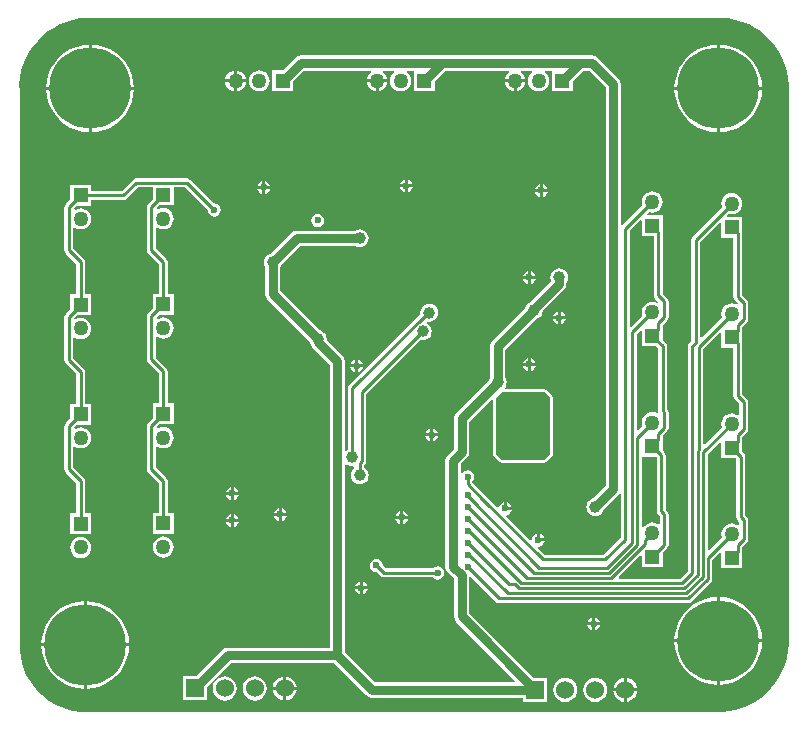
<source format=gbr>
%TF.GenerationSoftware,Altium Limited,Altium Designer,20.0.13 (296)*%
G04 Layer_Physical_Order=2*
G04 Layer_Color=16711680*
%FSLAX25Y25*%
%MOIN*%
%TF.FileFunction,Copper,L2,Bot,Signal*%
%TF.Part,Single*%
G01*
G75*
%TA.AperFunction,Conductor*%
%ADD24C,0.01000*%
%ADD25C,0.03000*%
%TA.AperFunction,ComponentPad*%
%ADD26C,0.06000*%
%ADD27R,0.06000X0.06000*%
%ADD28C,0.27165*%
%ADD29C,0.05000*%
%ADD30R,0.05000X0.05000*%
%ADD31R,0.05000X0.05000*%
%TA.AperFunction,ViaPad*%
%ADD32C,0.03937*%
%ADD33C,0.03937*%
%ADD34C,0.02362*%
G36*
X620970Y379894D02*
X623247Y379442D01*
X625468Y378768D01*
X627612Y377880D01*
X629659Y376786D01*
X631589Y375496D01*
X633383Y374024D01*
X635024Y372383D01*
X636496Y370589D01*
X637786Y368659D01*
X638880Y366612D01*
X639768Y364468D01*
X640442Y362247D01*
X640895Y359970D01*
X641122Y357661D01*
Y356500D01*
Y172378D01*
Y171218D01*
X640895Y168908D01*
X640442Y166631D01*
X639768Y164410D01*
X638880Y162266D01*
X637786Y160219D01*
X636496Y158289D01*
X635024Y156495D01*
X633383Y154854D01*
X631589Y153382D01*
X629659Y152092D01*
X627612Y150998D01*
X625468Y150110D01*
X623247Y149436D01*
X620970Y148983D01*
X618660Y148756D01*
X617500D01*
X406681Y148756D01*
X405235D01*
X402368Y149133D01*
X399575Y149882D01*
X396903Y150989D01*
X394398Y152435D01*
X392104Y154195D01*
X390059Y156240D01*
X388298Y158535D01*
X386852Y161039D01*
X385746Y163711D01*
X384997Y166505D01*
X384619Y169372D01*
Y170818D01*
X384619Y356500D01*
X384500D01*
Y357661D01*
X384728Y359970D01*
X385180Y362247D01*
X385854Y364468D01*
X386742Y366612D01*
X387836Y368659D01*
X389126Y370589D01*
X390598Y372383D01*
X392239Y374024D01*
X394033Y375496D01*
X395963Y376786D01*
X398010Y377880D01*
X400154Y378768D01*
X402375Y379442D01*
X404652Y379894D01*
X406962Y380122D01*
X408122D01*
Y380122D01*
X617500Y380122D01*
X618660D01*
X620970Y379894D01*
D02*
G37*
%LPC*%
G36*
X457126Y362464D02*
Y359500D01*
X460090D01*
X460036Y359914D01*
X459683Y360765D01*
X459122Y361496D01*
X458391Y362057D01*
X457540Y362410D01*
X457126Y362464D01*
D02*
G37*
G36*
X456126Y362464D02*
X455712Y362410D01*
X454861Y362057D01*
X454130Y361496D01*
X453569Y360765D01*
X453216Y359914D01*
X453162Y359500D01*
X456126D01*
Y362464D01*
D02*
G37*
G36*
X618000Y371088D02*
Y357000D01*
X632088D01*
X631948Y358788D01*
X631412Y361020D01*
X630533Y363141D01*
X629334Y365098D01*
X627843Y366843D01*
X626098Y368334D01*
X624141Y369533D01*
X622020Y370412D01*
X619788Y370948D01*
X618000Y371088D01*
D02*
G37*
G36*
X617000D02*
X615212Y370948D01*
X612980Y370412D01*
X610859Y369533D01*
X608902Y368334D01*
X607157Y366843D01*
X605666Y365098D01*
X604467Y363141D01*
X603588Y361020D01*
X603052Y358788D01*
X602912Y357000D01*
X617000D01*
Y371088D01*
D02*
G37*
G36*
X408622D02*
Y357000D01*
X422711D01*
X422570Y358788D01*
X422034Y361020D01*
X421156Y363141D01*
X419956Y365098D01*
X418465Y366843D01*
X416720Y368334D01*
X414763Y369533D01*
X412642Y370412D01*
X410410Y370948D01*
X408622Y371088D01*
D02*
G37*
G36*
X407622D02*
X405834Y370948D01*
X403602Y370412D01*
X401481Y369533D01*
X399524Y368334D01*
X397779Y366843D01*
X396288Y365098D01*
X395089Y363141D01*
X394210Y361020D01*
X393674Y358788D01*
X393534Y357000D01*
X407622D01*
Y371088D01*
D02*
G37*
G36*
X460090Y358500D02*
X457126D01*
Y355536D01*
X457540Y355590D01*
X458391Y355943D01*
X459122Y356504D01*
X459683Y357235D01*
X460036Y358086D01*
X460090Y358500D01*
D02*
G37*
G36*
X549252D02*
X546288D01*
X546342Y358086D01*
X546695Y357235D01*
X547256Y356504D01*
X547987Y355943D01*
X548838Y355590D01*
X549252Y355536D01*
Y358500D01*
D02*
G37*
G36*
X503252D02*
X500288D01*
X500342Y358086D01*
X500695Y357235D01*
X501256Y356504D01*
X501987Y355943D01*
X502838Y355590D01*
X503252Y355536D01*
Y358500D01*
D02*
G37*
G36*
X553216D02*
X550252D01*
Y355536D01*
X550666Y355590D01*
X551517Y355943D01*
X552248Y356504D01*
X552809Y357235D01*
X553162Y358086D01*
X553216Y358500D01*
D02*
G37*
G36*
X507216D02*
X504252D01*
Y355536D01*
X504666Y355590D01*
X505517Y355943D01*
X506248Y356504D01*
X506809Y357235D01*
X507162Y358086D01*
X507216Y358500D01*
D02*
G37*
G36*
X456126D02*
X453162D01*
X453216Y358086D01*
X453569Y357235D01*
X454130Y356504D01*
X454861Y355943D01*
X455712Y355590D01*
X456126Y355536D01*
Y358500D01*
D02*
G37*
G36*
X464500Y362530D02*
X463586Y362410D01*
X462735Y362057D01*
X462004Y361496D01*
X461443Y360765D01*
X461090Y359914D01*
X460970Y359000D01*
X461090Y358086D01*
X461443Y357235D01*
X462004Y356504D01*
X462735Y355943D01*
X463586Y355590D01*
X464500Y355470D01*
X465414Y355590D01*
X466265Y355943D01*
X466996Y356504D01*
X467557Y357235D01*
X467910Y358086D01*
X468030Y359000D01*
X467910Y359914D01*
X467557Y360765D01*
X466996Y361496D01*
X466265Y362057D01*
X465414Y362410D01*
X464500Y362530D01*
D02*
G37*
G36*
X632088Y356000D02*
X618000D01*
Y341912D01*
X619788Y342052D01*
X622020Y342588D01*
X624141Y343467D01*
X626098Y344666D01*
X627843Y346157D01*
X629334Y347902D01*
X630533Y349859D01*
X631412Y351980D01*
X631948Y354212D01*
X632088Y356000D01*
D02*
G37*
G36*
X617000D02*
X602912D01*
X603052Y354212D01*
X603588Y351980D01*
X604467Y349859D01*
X605666Y347902D01*
X607157Y346157D01*
X608902Y344666D01*
X610859Y343467D01*
X612980Y342588D01*
X615212Y342052D01*
X617000Y341912D01*
Y356000D01*
D02*
G37*
G36*
X422711D02*
X408622D01*
Y341912D01*
X410410Y342052D01*
X412642Y342588D01*
X414763Y343467D01*
X416720Y344666D01*
X418465Y346157D01*
X419956Y347902D01*
X421156Y349859D01*
X422034Y351980D01*
X422570Y354212D01*
X422711Y356000D01*
D02*
G37*
G36*
X407622D02*
X393534D01*
X393674Y354212D01*
X394210Y351980D01*
X395089Y349859D01*
X396288Y347902D01*
X397779Y346157D01*
X399524Y344666D01*
X401481Y343467D01*
X403602Y342588D01*
X405834Y342052D01*
X407622Y341912D01*
Y356000D01*
D02*
G37*
G36*
X514000Y326124D02*
Y324500D01*
X515624D01*
X515555Y324851D01*
X515072Y325572D01*
X514351Y326055D01*
X514000Y326124D01*
D02*
G37*
G36*
X513000D02*
X512649Y326055D01*
X511928Y325572D01*
X511445Y324851D01*
X511376Y324500D01*
X513000D01*
Y326124D01*
D02*
G37*
G36*
X466500Y325624D02*
Y324000D01*
X468124D01*
X468055Y324351D01*
X467572Y325073D01*
X466851Y325555D01*
X466500Y325624D01*
D02*
G37*
G36*
X465500D02*
X465149Y325555D01*
X464428Y325073D01*
X463945Y324351D01*
X463876Y324000D01*
X465500D01*
Y325624D01*
D02*
G37*
G36*
X559000Y324624D02*
Y323000D01*
X560624D01*
X560555Y323351D01*
X560073Y324073D01*
X559351Y324555D01*
X559000Y324624D01*
D02*
G37*
G36*
X558000D02*
X557649Y324555D01*
X556927Y324073D01*
X556445Y323351D01*
X556376Y323000D01*
X558000D01*
Y324624D01*
D02*
G37*
G36*
X440500Y326529D02*
X423374D01*
X422788Y326413D01*
X422292Y326081D01*
X418614Y322403D01*
X408500D01*
Y324374D01*
X401500D01*
Y319537D01*
X399919Y317955D01*
X399587Y317459D01*
X399471Y316874D01*
Y302515D01*
X399587Y301930D01*
X399919Y301434D01*
X403471Y297882D01*
Y287874D01*
X401500D01*
Y283037D01*
X399919Y281455D01*
X399587Y280959D01*
X399471Y280374D01*
Y266015D01*
X399587Y265430D01*
X399919Y264934D01*
X403471Y261382D01*
Y251374D01*
X401500D01*
Y246537D01*
X399919Y244955D01*
X399587Y244459D01*
X399471Y243874D01*
Y229515D01*
X399587Y228930D01*
X399919Y228434D01*
X403471Y224882D01*
Y214874D01*
X401500D01*
Y207874D01*
X408500D01*
Y214874D01*
X406529D01*
Y225515D01*
X406413Y226101D01*
X406081Y226597D01*
X402529Y230149D01*
Y236919D01*
X402978Y237140D01*
X403235Y236943D01*
X404086Y236590D01*
X405000Y236470D01*
X405914Y236590D01*
X406765Y236943D01*
X407496Y237504D01*
X408057Y238235D01*
X408410Y239086D01*
X408530Y240000D01*
X408410Y240914D01*
X408057Y241765D01*
X407496Y242496D01*
X406765Y243057D01*
X405914Y243410D01*
X405000Y243530D01*
X404086Y243410D01*
X403368Y243112D01*
X402972Y243254D01*
X402819Y243368D01*
X402796Y243507D01*
X403663Y244374D01*
X408500D01*
Y251374D01*
X406529D01*
Y262015D01*
X406413Y262601D01*
X406081Y263097D01*
X402529Y266649D01*
Y273419D01*
X402978Y273640D01*
X403235Y273443D01*
X404086Y273090D01*
X405000Y272970D01*
X405914Y273090D01*
X406765Y273443D01*
X407496Y274004D01*
X408057Y274735D01*
X408410Y275586D01*
X408530Y276500D01*
X408410Y277414D01*
X408057Y278265D01*
X407496Y278996D01*
X406765Y279557D01*
X405914Y279910D01*
X405000Y280030D01*
X404086Y279910D01*
X403368Y279612D01*
X402972Y279754D01*
X402819Y279868D01*
X402796Y280007D01*
X403663Y280874D01*
X408500D01*
Y287874D01*
X406529D01*
Y298515D01*
X406413Y299101D01*
X406081Y299597D01*
X402529Y303149D01*
Y309919D01*
X402978Y310140D01*
X403235Y309943D01*
X404086Y309590D01*
X405000Y309470D01*
X405914Y309590D01*
X406765Y309943D01*
X407496Y310504D01*
X408057Y311235D01*
X408410Y312086D01*
X408530Y313000D01*
X408410Y313914D01*
X408057Y314765D01*
X407496Y315496D01*
X406765Y316057D01*
X405914Y316410D01*
X405000Y316530D01*
X404086Y316410D01*
X403368Y316112D01*
X402972Y316254D01*
X402819Y316368D01*
X402796Y316507D01*
X403663Y317374D01*
X408500D01*
Y319345D01*
X419248D01*
X419833Y319461D01*
X420329Y319793D01*
X424007Y323471D01*
X429000D01*
Y319663D01*
X427419Y318081D01*
X427087Y317585D01*
X426971Y317000D01*
Y302641D01*
X427087Y302056D01*
X427419Y301560D01*
X430971Y298008D01*
Y288000D01*
X429000D01*
Y283163D01*
X427419Y281581D01*
X427087Y281085D01*
X426971Y280500D01*
Y266141D01*
X427087Y265556D01*
X427419Y265060D01*
X430971Y261508D01*
Y251500D01*
X429000D01*
Y246663D01*
X427419Y245081D01*
X427087Y244585D01*
X426971Y244000D01*
Y229641D01*
X427087Y229056D01*
X427419Y228560D01*
X430971Y225008D01*
Y215000D01*
X429000D01*
Y208000D01*
X436000D01*
Y215000D01*
X434029D01*
Y225641D01*
X433913Y226227D01*
X433581Y226723D01*
X430029Y230275D01*
Y237045D01*
X430478Y237266D01*
X430735Y237069D01*
X431586Y236716D01*
X432500Y236596D01*
X433414Y236716D01*
X434265Y237069D01*
X434996Y237630D01*
X435557Y238361D01*
X435910Y239212D01*
X436030Y240126D01*
X435910Y241040D01*
X435557Y241891D01*
X434996Y242622D01*
X434265Y243183D01*
X433414Y243536D01*
X432500Y243656D01*
X431586Y243536D01*
X430868Y243238D01*
X430472Y243380D01*
X430319Y243494D01*
X430296Y243633D01*
X431163Y244500D01*
X436000D01*
Y251500D01*
X434029D01*
Y262141D01*
X433913Y262727D01*
X433581Y263223D01*
X430029Y266775D01*
Y273545D01*
X430478Y273766D01*
X430735Y273569D01*
X431586Y273216D01*
X432500Y273096D01*
X433414Y273216D01*
X434265Y273569D01*
X434996Y274130D01*
X435557Y274861D01*
X435910Y275712D01*
X436030Y276626D01*
X435910Y277540D01*
X435557Y278391D01*
X434996Y279122D01*
X434265Y279683D01*
X433414Y280036D01*
X432500Y280156D01*
X431586Y280036D01*
X430868Y279738D01*
X430472Y279880D01*
X430319Y279994D01*
X430296Y280133D01*
X431163Y281000D01*
X436000D01*
Y288000D01*
X434029D01*
Y298641D01*
X433913Y299227D01*
X433581Y299723D01*
X430029Y303275D01*
Y310045D01*
X430478Y310266D01*
X430735Y310069D01*
X431586Y309716D01*
X432500Y309596D01*
X433414Y309716D01*
X434265Y310069D01*
X434996Y310630D01*
X435557Y311361D01*
X435910Y312212D01*
X436030Y313126D01*
X435910Y314040D01*
X435557Y314891D01*
X434996Y315622D01*
X434265Y316183D01*
X433414Y316536D01*
X432500Y316656D01*
X431586Y316536D01*
X430868Y316238D01*
X430472Y316380D01*
X430319Y316494D01*
X430296Y316633D01*
X431163Y317500D01*
X436000D01*
Y323471D01*
X439866D01*
X447286Y316051D01*
X447276Y316000D01*
X447445Y315149D01*
X447928Y314427D01*
X448649Y313945D01*
X449500Y313776D01*
X450351Y313945D01*
X451073Y314427D01*
X451555Y315149D01*
X451724Y316000D01*
X451555Y316851D01*
X451073Y317572D01*
X450351Y318055D01*
X449500Y318224D01*
X449449Y318214D01*
X441581Y326081D01*
X441085Y326413D01*
X440500Y326529D01*
D02*
G37*
G36*
X515624Y323500D02*
X514000D01*
Y321876D01*
X514351Y321945D01*
X515072Y322428D01*
X515555Y323149D01*
X515624Y323500D01*
D02*
G37*
G36*
X513000D02*
X511376D01*
X511445Y323149D01*
X511928Y322428D01*
X512649Y321945D01*
X513000Y321876D01*
Y323500D01*
D02*
G37*
G36*
X468124Y323000D02*
X466500D01*
Y321376D01*
X466851Y321445D01*
X467572Y321927D01*
X468055Y322649D01*
X468124Y323000D01*
D02*
G37*
G36*
X465500D02*
X463876D01*
X463945Y322649D01*
X464428Y321927D01*
X465149Y321445D01*
X465500Y321376D01*
Y323000D01*
D02*
G37*
G36*
X560624Y322000D02*
X559000D01*
Y320376D01*
X559351Y320445D01*
X560073Y320928D01*
X560555Y321649D01*
X560624Y322000D01*
D02*
G37*
G36*
X558000D02*
X556376D01*
X556445Y321649D01*
X556927Y320928D01*
X557649Y320445D01*
X558000Y320376D01*
Y322000D01*
D02*
G37*
G36*
X575500Y367549D02*
X478374D01*
X477399Y367355D01*
X476572Y366802D01*
X472269Y362500D01*
X468874D01*
Y355500D01*
X475874D01*
Y358895D01*
X479430Y362451D01*
X501679D01*
X501848Y361951D01*
X501256Y361496D01*
X500695Y360765D01*
X500342Y359914D01*
X500288Y359500D01*
X503752D01*
X507216D01*
X507162Y359914D01*
X506809Y360765D01*
X506248Y361496D01*
X505655Y361951D01*
X505825Y362451D01*
X509553D01*
X509723Y361951D01*
X509130Y361496D01*
X508569Y360765D01*
X508216Y359914D01*
X508096Y359000D01*
X508216Y358086D01*
X508569Y357235D01*
X509130Y356504D01*
X509861Y355943D01*
X510712Y355590D01*
X511626Y355470D01*
X512540Y355590D01*
X513391Y355943D01*
X514122Y356504D01*
X514683Y357235D01*
X515036Y358086D01*
X515156Y359000D01*
X515036Y359914D01*
X514683Y360765D01*
X514122Y361496D01*
X513529Y361951D01*
X513699Y362451D01*
X516000D01*
Y355500D01*
X523000D01*
Y358895D01*
X526556Y362451D01*
X547679D01*
X547848Y361951D01*
X547256Y361496D01*
X546695Y360765D01*
X546342Y359914D01*
X546288Y359500D01*
X549752D01*
X553216D01*
X553162Y359914D01*
X552809Y360765D01*
X552248Y361496D01*
X551655Y361951D01*
X551825Y362451D01*
X555553D01*
X555723Y361951D01*
X555130Y361496D01*
X554569Y360765D01*
X554216Y359914D01*
X554096Y359000D01*
X554216Y358086D01*
X554569Y357235D01*
X555130Y356504D01*
X555861Y355943D01*
X556712Y355590D01*
X557626Y355470D01*
X558540Y355590D01*
X559391Y355943D01*
X560122Y356504D01*
X560683Y357235D01*
X561036Y358086D01*
X561156Y359000D01*
X561036Y359914D01*
X560683Y360765D01*
X560122Y361496D01*
X559529Y361951D01*
X559699Y362451D01*
X562000D01*
Y355500D01*
X569000D01*
Y358895D01*
X572556Y362451D01*
X574444D01*
X579951Y356944D01*
Y224056D01*
X575797Y219901D01*
X575725Y219892D01*
X575003Y219593D01*
X574383Y219117D01*
X573907Y218497D01*
X573608Y217775D01*
X573506Y217000D01*
X573608Y216225D01*
X573907Y215503D01*
X574383Y214883D01*
X575003Y214407D01*
X575725Y214108D01*
X576500Y214006D01*
X577275Y214108D01*
X577997Y214407D01*
X578617Y214883D01*
X579093Y215503D01*
X579392Y216225D01*
X579401Y216297D01*
X584302Y221198D01*
X584471Y221449D01*
X584971Y221298D01*
Y206755D01*
X579245Y201029D01*
X559633D01*
X557322Y203341D01*
X557578Y203792D01*
X558351Y203945D01*
X559072Y204428D01*
X559555Y205149D01*
X559624Y205500D01*
X557500D01*
Y206000D01*
X557000D01*
Y208124D01*
X556649Y208055D01*
X555928Y207573D01*
X555445Y206851D01*
X555292Y206078D01*
X554841Y205822D01*
X546831Y213832D01*
X546995Y214375D01*
X547351Y214445D01*
X548072Y214928D01*
X548555Y215649D01*
X548624Y216000D01*
X546500D01*
Y216500D01*
X546000D01*
Y218624D01*
X545649Y218555D01*
X544928Y218073D01*
X544445Y217351D01*
X544375Y216995D01*
X543832Y216831D01*
X539838Y220825D01*
X539838Y220825D01*
X535701Y224962D01*
X535572Y225428D01*
X536055Y226149D01*
X536224Y227000D01*
X536055Y227851D01*
X535572Y228573D01*
X534851Y229055D01*
X534000Y229224D01*
X533149Y229055D01*
X532428Y228573D01*
X532168Y228184D01*
X531668Y228336D01*
Y231345D01*
X533802Y233479D01*
X534355Y234306D01*
X534549Y235282D01*
Y245444D01*
X541980Y252876D01*
X542480Y252668D01*
Y234750D01*
X542558Y234360D01*
X542779Y234029D01*
X544779Y232029D01*
X545110Y231808D01*
X545500Y231730D01*
X559500Y231730D01*
X559890Y231808D01*
X560221Y232029D01*
X562221Y234029D01*
X562442Y234360D01*
X562520Y234750D01*
X562520Y253250D01*
X562442Y253640D01*
X562221Y253971D01*
X560321Y255871D01*
X559990Y256092D01*
X559600Y256170D01*
X546584Y256170D01*
X546337Y256670D01*
X546593Y257003D01*
X546892Y257725D01*
X546994Y258500D01*
X546892Y259275D01*
X546593Y259997D01*
X546549Y260054D01*
Y269444D01*
X556703Y279598D01*
X556775Y279608D01*
X557497Y279907D01*
X558117Y280383D01*
X558593Y281003D01*
X558892Y281725D01*
X558977Y282372D01*
X566123Y289518D01*
X566676Y290345D01*
X566870Y291321D01*
Y291712D01*
X567093Y292003D01*
X567392Y292725D01*
X567494Y293500D01*
X567392Y294275D01*
X567093Y294997D01*
X566617Y295617D01*
X565997Y296093D01*
X565275Y296392D01*
X564500Y296494D01*
X563725Y296392D01*
X563003Y296093D01*
X562383Y295617D01*
X561907Y294997D01*
X561608Y294275D01*
X561506Y293500D01*
X561608Y292725D01*
X561758Y292363D01*
X554666Y285271D01*
X554564Y285118D01*
X554503Y285093D01*
X553883Y284617D01*
X553407Y283997D01*
X553108Y283275D01*
X553098Y283203D01*
X542198Y272302D01*
X541645Y271476D01*
X541451Y270500D01*
Y260054D01*
X541407Y259997D01*
X541108Y259275D01*
X541098Y259203D01*
X530198Y248302D01*
X529645Y247476D01*
X529451Y246500D01*
Y236337D01*
X527317Y234203D01*
X526764Y233376D01*
X526570Y232400D01*
Y197099D01*
X526764Y196124D01*
X527317Y195297D01*
X529451Y193163D01*
Y180500D01*
X529645Y179525D01*
X530198Y178698D01*
X549884Y159011D01*
X549693Y158549D01*
X503056D01*
X493049Y168556D01*
Y231037D01*
X493549Y231255D01*
X494003Y230907D01*
X494725Y230608D01*
X495500Y230506D01*
X495672Y230528D01*
X496137Y230130D01*
X496137Y229813D01*
X495883Y229617D01*
X495407Y228997D01*
X495108Y228275D01*
X495006Y227500D01*
X495108Y226725D01*
X495407Y226003D01*
X495883Y225383D01*
X496503Y224907D01*
X497225Y224608D01*
X498000Y224506D01*
X498775Y224608D01*
X499497Y224907D01*
X500117Y225383D01*
X500593Y226003D01*
X500892Y226725D01*
X500994Y227500D01*
X500892Y228275D01*
X500593Y228997D01*
X500117Y229617D01*
X499529Y230068D01*
Y230885D01*
X499750Y231106D01*
X500082Y231602D01*
X500198Y232188D01*
Y254535D01*
X518265Y272603D01*
X519000Y272506D01*
X519775Y272608D01*
X520497Y272907D01*
X521117Y273383D01*
X521593Y274003D01*
X521892Y274725D01*
X521994Y275500D01*
X521892Y276275D01*
X521593Y276997D01*
X521117Y277617D01*
X520497Y278093D01*
X520393Y278136D01*
X520269Y278706D01*
X520289Y278727D01*
X520515Y278883D01*
X521215Y278791D01*
X521989Y278893D01*
X522712Y279192D01*
X523332Y279668D01*
X523807Y280288D01*
X524107Y281011D01*
X524209Y281785D01*
X524107Y282560D01*
X523807Y283282D01*
X523332Y283903D01*
X522712Y284378D01*
X521989Y284678D01*
X521215Y284780D01*
X520440Y284678D01*
X519718Y284378D01*
X519097Y283903D01*
X518622Y283282D01*
X518323Y282560D01*
X518220Y281785D01*
X518269Y281413D01*
X494419Y257562D01*
X494087Y257066D01*
X493971Y256481D01*
Y236068D01*
X493549Y235745D01*
X493049Y235963D01*
Y265500D01*
X492855Y266476D01*
X492302Y267302D01*
X486949Y272656D01*
X486994Y273000D01*
X486892Y273775D01*
X486593Y274497D01*
X486117Y275117D01*
X485497Y275593D01*
X484775Y275892D01*
X484703Y275902D01*
X471549Y289056D01*
Y296946D01*
X471593Y297003D01*
X471892Y297725D01*
X471902Y297797D01*
X478032Y303927D01*
X496384D01*
X496441Y303883D01*
X497163Y303584D01*
X497938Y303482D01*
X498713Y303584D01*
X499435Y303883D01*
X500055Y304359D01*
X500531Y304979D01*
X500830Y305701D01*
X500932Y306476D01*
X500830Y307251D01*
X500531Y307973D01*
X500055Y308593D01*
X499435Y309069D01*
X498713Y309368D01*
X497938Y309470D01*
X497163Y309368D01*
X496441Y309069D01*
X496384Y309025D01*
X476976D01*
X476001Y308831D01*
X475174Y308279D01*
X468297Y301401D01*
X468225Y301392D01*
X467503Y301093D01*
X466883Y300617D01*
X466407Y299997D01*
X466108Y299275D01*
X466006Y298500D01*
X466108Y297725D01*
X466407Y297003D01*
X466451Y296946D01*
Y288000D01*
X466645Y287024D01*
X467198Y286198D01*
X481099Y272297D01*
X481108Y272225D01*
X481407Y271503D01*
X481600Y271252D01*
X481645Y271024D01*
X482198Y270198D01*
X487951Y264444D01*
Y170049D01*
X454000D01*
X453024Y169855D01*
X452198Y169302D01*
X443395Y160500D01*
X439000D01*
Y152500D01*
X447000D01*
Y156895D01*
X449712Y159608D01*
X450089Y159277D01*
X449914Y159048D01*
X449506Y158517D01*
X449103Y157544D01*
X448966Y156500D01*
X449103Y155456D01*
X449506Y154483D01*
X450147Y153647D01*
X450983Y153006D01*
X451956Y152603D01*
X453000Y152465D01*
X454044Y152603D01*
X455017Y153006D01*
X455853Y153647D01*
X456494Y154483D01*
X456897Y155456D01*
X457034Y156500D01*
X456897Y157544D01*
X456494Y158517D01*
X455853Y159353D01*
X455017Y159994D01*
X454044Y160397D01*
X453000Y160535D01*
X451956Y160397D01*
X450983Y159994D01*
X450452Y159587D01*
X450223Y159411D01*
X449892Y159788D01*
X455056Y164951D01*
X489444D01*
X500198Y154198D01*
X501024Y153645D01*
X502000Y153451D01*
X552500D01*
Y152000D01*
X560500D01*
Y160000D01*
X556105D01*
X534549Y181556D01*
Y193581D01*
X535049Y193788D01*
X543419Y185419D01*
X543915Y185087D01*
X544500Y184971D01*
X607500D01*
X608085Y185087D01*
X608581Y185419D01*
X615081Y191919D01*
X615413Y192415D01*
X615529Y193000D01*
Y199323D01*
X618038Y201832D01*
X618500Y201641D01*
Y196583D01*
X625500D01*
Y201935D01*
X625529Y202083D01*
Y203666D01*
X627081Y205218D01*
X627413Y205715D01*
X627529Y206300D01*
Y212500D01*
X627413Y213085D01*
X627081Y213581D01*
X626529Y214134D01*
Y233791D01*
X626413Y234377D01*
X626081Y234873D01*
X625500Y235454D01*
Y238644D01*
X625529Y238791D01*
Y240375D01*
X627081Y241927D01*
X627413Y242423D01*
X627529Y243008D01*
Y252000D01*
X627413Y252585D01*
X627081Y253081D01*
X625529Y254633D01*
Y271500D01*
X625500Y271648D01*
Y275352D01*
X625529Y275500D01*
Y277084D01*
X627081Y278636D01*
X627413Y279132D01*
X627529Y279717D01*
Y285000D01*
X627413Y285585D01*
X627081Y286081D01*
X625529Y287633D01*
Y308209D01*
X625500Y308356D01*
Y313709D01*
X620442D01*
X620251Y314171D01*
X620851Y314770D01*
X621086Y314673D01*
X622000Y314552D01*
X622914Y314673D01*
X623765Y315025D01*
X624496Y315586D01*
X625057Y316318D01*
X625410Y317169D01*
X625530Y318083D01*
X625410Y318996D01*
X625057Y319848D01*
X624496Y320579D01*
X623765Y321140D01*
X622914Y321493D01*
X622000Y321613D01*
X621086Y321493D01*
X620235Y321140D01*
X619504Y320579D01*
X618943Y319848D01*
X618590Y318996D01*
X618470Y318083D01*
X618590Y317169D01*
X618688Y316933D01*
X608919Y307164D01*
X608587Y306668D01*
X608471Y306083D01*
Y272412D01*
X607819Y271760D01*
X607487Y271264D01*
X607371Y270678D01*
Y195746D01*
X604754Y193129D01*
X584446D01*
X584254Y193591D01*
X591538Y200875D01*
X592000Y200684D01*
Y196917D01*
X599000D01*
Y201754D01*
X600581Y203336D01*
X600913Y203832D01*
X601029Y204417D01*
Y214500D01*
X600913Y215085D01*
X600581Y215581D01*
X600029Y216133D01*
Y234209D01*
X599913Y234794D01*
X599581Y235290D01*
X599000Y235872D01*
Y239061D01*
X599029Y239209D01*
Y240792D01*
X600581Y242344D01*
X600913Y242841D01*
X601029Y243426D01*
Y248500D01*
X600913Y249085D01*
X600581Y249581D01*
X600529Y249634D01*
Y270500D01*
X600413Y271085D01*
X600081Y271581D01*
X599000Y272663D01*
Y275852D01*
X599029Y276000D01*
Y277584D01*
X600581Y279136D01*
X600913Y279632D01*
X601029Y280217D01*
Y285500D01*
X600913Y286085D01*
X600581Y286581D01*
X599029Y288134D01*
Y308791D01*
X599000Y308939D01*
Y314291D01*
X593942D01*
X593751Y314753D01*
X594351Y315353D01*
X594586Y315255D01*
X595500Y315135D01*
X596414Y315255D01*
X597265Y315608D01*
X597996Y316169D01*
X598557Y316900D01*
X598910Y317752D01*
X599030Y318665D01*
X598910Y319579D01*
X598557Y320430D01*
X597996Y321162D01*
X597265Y321723D01*
X596414Y322075D01*
X595500Y322196D01*
X594586Y322075D01*
X593735Y321723D01*
X593004Y321162D01*
X592443Y320430D01*
X592090Y319579D01*
X591970Y318665D01*
X592090Y317752D01*
X592188Y317516D01*
X585549Y310877D01*
X585049Y311062D01*
Y358000D01*
X584855Y358976D01*
X584302Y359802D01*
X577302Y366802D01*
X576475Y367355D01*
X575500Y367549D01*
D02*
G37*
G36*
X484000Y314724D02*
X483149Y314555D01*
X482428Y314072D01*
X481945Y313351D01*
X481776Y312500D01*
X481945Y311649D01*
X482428Y310928D01*
X483149Y310445D01*
X484000Y310276D01*
X484851Y310445D01*
X485572Y310928D01*
X486055Y311649D01*
X486224Y312500D01*
X486055Y313351D01*
X485572Y314072D01*
X484851Y314555D01*
X484000Y314724D01*
D02*
G37*
G36*
X555000Y295624D02*
Y294000D01*
X556624D01*
X556555Y294351D01*
X556073Y295073D01*
X555351Y295555D01*
X555000Y295624D01*
D02*
G37*
G36*
X554000D02*
X553649Y295555D01*
X552927Y295073D01*
X552445Y294351D01*
X552376Y294000D01*
X554000D01*
Y295624D01*
D02*
G37*
G36*
X556624Y293000D02*
X555000D01*
Y291376D01*
X555351Y291445D01*
X556073Y291928D01*
X556555Y292649D01*
X556624Y293000D01*
D02*
G37*
G36*
X554000D02*
X552376D01*
X552445Y292649D01*
X552927Y291928D01*
X553649Y291445D01*
X554000Y291376D01*
Y293000D01*
D02*
G37*
G36*
X565000Y282124D02*
Y280500D01*
X566624D01*
X566555Y280851D01*
X566073Y281573D01*
X565351Y282055D01*
X565000Y282124D01*
D02*
G37*
G36*
X564000D02*
X563649Y282055D01*
X562927Y281573D01*
X562445Y280851D01*
X562376Y280500D01*
X564000D01*
Y282124D01*
D02*
G37*
G36*
X566624Y279500D02*
X565000D01*
Y277876D01*
X565351Y277945D01*
X566073Y278428D01*
X566555Y279149D01*
X566624Y279500D01*
D02*
G37*
G36*
X564000D02*
X562376D01*
X562445Y279149D01*
X562927Y278428D01*
X563649Y277945D01*
X564000Y277876D01*
Y279500D01*
D02*
G37*
G36*
X555000Y266624D02*
Y265000D01*
X556624D01*
X556555Y265351D01*
X556073Y266073D01*
X555351Y266555D01*
X555000Y266624D01*
D02*
G37*
G36*
X554000D02*
X553649Y266555D01*
X552927Y266073D01*
X552445Y265351D01*
X552376Y265000D01*
X554000D01*
Y266624D01*
D02*
G37*
G36*
X497500Y266124D02*
Y264500D01*
X499124D01*
X499055Y264851D01*
X498572Y265573D01*
X497851Y266055D01*
X497500Y266124D01*
D02*
G37*
G36*
X496500D02*
X496149Y266055D01*
X495428Y265573D01*
X494945Y264851D01*
X494876Y264500D01*
X496500D01*
Y266124D01*
D02*
G37*
G36*
X556624Y264000D02*
X555000D01*
Y262376D01*
X555351Y262445D01*
X556073Y262928D01*
X556555Y263649D01*
X556624Y264000D01*
D02*
G37*
G36*
X554000D02*
X552376D01*
X552445Y263649D01*
X552927Y262928D01*
X553649Y262445D01*
X554000Y262376D01*
Y264000D01*
D02*
G37*
G36*
X499124Y263500D02*
X497500D01*
Y261876D01*
X497851Y261945D01*
X498572Y262427D01*
X499055Y263149D01*
X499124Y263500D01*
D02*
G37*
G36*
X496500D02*
X494876D01*
X494945Y263149D01*
X495428Y262427D01*
X496149Y261945D01*
X496500Y261876D01*
Y263500D01*
D02*
G37*
G36*
X522500Y243124D02*
Y241500D01*
X524124D01*
X524055Y241851D01*
X523572Y242572D01*
X522851Y243055D01*
X522500Y243124D01*
D02*
G37*
G36*
X521500D02*
X521149Y243055D01*
X520428Y242572D01*
X519945Y241851D01*
X519876Y241500D01*
X521500D01*
Y243124D01*
D02*
G37*
G36*
X524124Y240500D02*
X522500D01*
Y238876D01*
X522851Y238945D01*
X523572Y239427D01*
X524055Y240149D01*
X524124Y240500D01*
D02*
G37*
G36*
X521500D02*
X519876D01*
X519945Y240149D01*
X520428Y239427D01*
X521149Y238945D01*
X521500Y238876D01*
Y240500D01*
D02*
G37*
G36*
X456000Y223624D02*
Y222000D01*
X457624D01*
X457555Y222351D01*
X457072Y223073D01*
X456351Y223555D01*
X456000Y223624D01*
D02*
G37*
G36*
X455000D02*
X454649Y223555D01*
X453928Y223073D01*
X453445Y222351D01*
X453376Y222000D01*
X455000D01*
Y223624D01*
D02*
G37*
G36*
X457624Y221000D02*
X456000D01*
Y219376D01*
X456351Y219445D01*
X457072Y219928D01*
X457555Y220649D01*
X457624Y221000D01*
D02*
G37*
G36*
X455000D02*
X453376D01*
X453445Y220649D01*
X453928Y219928D01*
X454649Y219445D01*
X455000Y219376D01*
Y221000D01*
D02*
G37*
G36*
X547000Y218624D02*
Y217000D01*
X548624D01*
X548555Y217351D01*
X548072Y218073D01*
X547351Y218555D01*
X547000Y218624D01*
D02*
G37*
G36*
X472000Y216624D02*
Y215000D01*
X473624D01*
X473555Y215351D01*
X473072Y216073D01*
X472351Y216555D01*
X472000Y216624D01*
D02*
G37*
G36*
X471000D02*
X470649Y216555D01*
X469928Y216073D01*
X469445Y215351D01*
X469376Y215000D01*
X471000D01*
Y216624D01*
D02*
G37*
G36*
X512500Y215624D02*
Y214000D01*
X514124D01*
X514055Y214351D01*
X513573Y215072D01*
X512851Y215555D01*
X512500Y215624D01*
D02*
G37*
G36*
X511500D02*
X511149Y215555D01*
X510428Y215072D01*
X509945Y214351D01*
X509876Y214000D01*
X511500D01*
Y215624D01*
D02*
G37*
G36*
X456000Y214624D02*
Y213000D01*
X457624D01*
X457555Y213351D01*
X457072Y214072D01*
X456351Y214555D01*
X456000Y214624D01*
D02*
G37*
G36*
X455000D02*
X454649Y214555D01*
X453928Y214072D01*
X453445Y213351D01*
X453376Y213000D01*
X455000D01*
Y214624D01*
D02*
G37*
G36*
X473624Y214000D02*
X472000D01*
Y212376D01*
X472351Y212445D01*
X473072Y212928D01*
X473555Y213649D01*
X473624Y214000D01*
D02*
G37*
G36*
X471000D02*
X469376D01*
X469445Y213649D01*
X469928Y212928D01*
X470649Y212445D01*
X471000Y212376D01*
Y214000D01*
D02*
G37*
G36*
X514124Y213000D02*
X512500D01*
Y211376D01*
X512851Y211445D01*
X513573Y211928D01*
X514055Y212649D01*
X514124Y213000D01*
D02*
G37*
G36*
X511500D02*
X509876D01*
X509945Y212649D01*
X510428Y211928D01*
X511149Y211445D01*
X511500Y211376D01*
Y213000D01*
D02*
G37*
G36*
X457624Y212000D02*
X456000D01*
Y210376D01*
X456351Y210445D01*
X457072Y210928D01*
X457555Y211649D01*
X457624Y212000D01*
D02*
G37*
G36*
X455000D02*
X453376D01*
X453445Y211649D01*
X453928Y210928D01*
X454649Y210445D01*
X455000Y210376D01*
Y212000D01*
D02*
G37*
G36*
X558000Y208124D02*
Y206500D01*
X559624D01*
X559555Y206851D01*
X559072Y207573D01*
X558351Y208055D01*
X558000Y208124D01*
D02*
G37*
G36*
X432500Y207156D02*
X431586Y207036D01*
X430735Y206683D01*
X430004Y206122D01*
X429443Y205391D01*
X429090Y204540D01*
X428970Y203626D01*
X429090Y202712D01*
X429443Y201861D01*
X430004Y201130D01*
X430735Y200569D01*
X431586Y200216D01*
X432500Y200096D01*
X433414Y200216D01*
X434265Y200569D01*
X434996Y201130D01*
X435557Y201861D01*
X435910Y202712D01*
X436030Y203626D01*
X435910Y204540D01*
X435557Y205391D01*
X434996Y206122D01*
X434265Y206683D01*
X433414Y207036D01*
X432500Y207156D01*
D02*
G37*
G36*
X405000Y207030D02*
X404086Y206910D01*
X403235Y206557D01*
X402504Y205996D01*
X401943Y205265D01*
X401590Y204414D01*
X401470Y203500D01*
X401590Y202586D01*
X401943Y201735D01*
X402504Y201004D01*
X403235Y200443D01*
X404086Y200090D01*
X405000Y199970D01*
X405914Y200090D01*
X406765Y200443D01*
X407496Y201004D01*
X408057Y201735D01*
X408410Y202586D01*
X408530Y203500D01*
X408410Y204414D01*
X408057Y205265D01*
X407496Y205996D01*
X406765Y206557D01*
X405914Y206910D01*
X405000Y207030D01*
D02*
G37*
G36*
X503500Y199724D02*
X502649Y199555D01*
X501928Y199073D01*
X501445Y198351D01*
X501276Y197500D01*
X501445Y196649D01*
X501928Y195928D01*
X502649Y195446D01*
X503500Y195276D01*
X503551Y195286D01*
X504919Y193919D01*
X505415Y193587D01*
X506000Y193471D01*
X522399D01*
X522428Y193428D01*
X523149Y192946D01*
X524000Y192776D01*
X524851Y192946D01*
X525572Y193428D01*
X526055Y194149D01*
X526224Y195000D01*
X526055Y195851D01*
X525572Y196572D01*
X524851Y197055D01*
X524000Y197224D01*
X523149Y197055D01*
X522428Y196572D01*
X522399Y196529D01*
X506634D01*
X505714Y197449D01*
X505724Y197500D01*
X505555Y198351D01*
X505072Y199073D01*
X504351Y199555D01*
X503500Y199724D01*
D02*
G37*
G36*
X499000Y192124D02*
Y190500D01*
X500624D01*
X500555Y190851D01*
X500072Y191572D01*
X499351Y192054D01*
X499000Y192124D01*
D02*
G37*
G36*
X498000D02*
X497649Y192054D01*
X496927Y191572D01*
X496445Y190851D01*
X496376Y190500D01*
X498000D01*
Y192124D01*
D02*
G37*
G36*
X500624Y189500D02*
X499000D01*
Y187876D01*
X499351Y187945D01*
X500072Y188427D01*
X500555Y189149D01*
X500624Y189500D01*
D02*
G37*
G36*
X498000D02*
X496376D01*
X496445Y189149D01*
X496927Y188427D01*
X497649Y187945D01*
X498000Y187876D01*
Y189500D01*
D02*
G37*
G36*
X576500Y180124D02*
Y178500D01*
X578124D01*
X578055Y178851D01*
X577572Y179572D01*
X576851Y180054D01*
X576500Y180124D01*
D02*
G37*
G36*
X575500D02*
X575149Y180054D01*
X574428Y179572D01*
X573945Y178851D01*
X573876Y178500D01*
X575500D01*
Y180124D01*
D02*
G37*
G36*
X578124Y177500D02*
X576500D01*
Y175876D01*
X576851Y175945D01*
X577572Y176427D01*
X578055Y177149D01*
X578124Y177500D01*
D02*
G37*
G36*
X575500D02*
X573876D01*
X573945Y177149D01*
X574428Y176427D01*
X575149Y175945D01*
X575500Y175876D01*
Y177500D01*
D02*
G37*
G36*
X618000Y186966D02*
Y172878D01*
X632088D01*
X631948Y174666D01*
X631412Y176898D01*
X630533Y179019D01*
X629334Y180976D01*
X627843Y182721D01*
X626098Y184212D01*
X624141Y185411D01*
X622020Y186290D01*
X619788Y186826D01*
X618000Y186966D01*
D02*
G37*
G36*
X617000D02*
X615212Y186826D01*
X612980Y186290D01*
X610859Y185411D01*
X608902Y184212D01*
X607157Y182721D01*
X605666Y180976D01*
X604467Y179019D01*
X603588Y176898D01*
X603052Y174666D01*
X602912Y172878D01*
X617000D01*
Y186966D01*
D02*
G37*
G36*
X407000Y185588D02*
Y171500D01*
X421088D01*
X420948Y173288D01*
X420412Y175520D01*
X419533Y177641D01*
X418334Y179598D01*
X416843Y181343D01*
X415098Y182834D01*
X413141Y184033D01*
X411020Y184912D01*
X408788Y185448D01*
X407000Y185588D01*
D02*
G37*
G36*
X406000D02*
X404212Y185448D01*
X401980Y184912D01*
X399859Y184033D01*
X397902Y182834D01*
X396157Y181343D01*
X394666Y179598D01*
X393467Y177641D01*
X392588Y175520D01*
X392052Y173288D01*
X391912Y171500D01*
X406000D01*
Y185588D01*
D02*
G37*
G36*
X632088Y171878D02*
X618000D01*
Y157790D01*
X619788Y157930D01*
X622020Y158466D01*
X624141Y159344D01*
X626098Y160544D01*
X627843Y162035D01*
X629334Y163780D01*
X630533Y165737D01*
X631412Y167858D01*
X631948Y170090D01*
X632088Y171878D01*
D02*
G37*
G36*
X617000D02*
X602912D01*
X603052Y170090D01*
X603588Y167858D01*
X604467Y165737D01*
X605666Y163780D01*
X607157Y162035D01*
X608902Y160544D01*
X610859Y159344D01*
X612980Y158466D01*
X615212Y157930D01*
X617000Y157790D01*
Y171878D01*
D02*
G37*
G36*
X473500Y160469D02*
Y157000D01*
X476969D01*
X476897Y157544D01*
X476494Y158517D01*
X475853Y159353D01*
X475017Y159994D01*
X474044Y160397D01*
X473500Y160469D01*
D02*
G37*
G36*
X472500D02*
X471956Y160397D01*
X470983Y159994D01*
X470147Y159353D01*
X469506Y158517D01*
X469103Y157544D01*
X469031Y157000D01*
X472500D01*
Y160469D01*
D02*
G37*
G36*
X587000Y159969D02*
Y156500D01*
X590469D01*
X590397Y157044D01*
X589994Y158017D01*
X589353Y158853D01*
X588517Y159494D01*
X587544Y159897D01*
X587000Y159969D01*
D02*
G37*
G36*
X586000D02*
X585456Y159897D01*
X584483Y159494D01*
X583647Y158853D01*
X583006Y158017D01*
X582603Y157044D01*
X582531Y156500D01*
X586000D01*
Y159969D01*
D02*
G37*
G36*
X421088Y170500D02*
X407000D01*
Y156412D01*
X408788Y156552D01*
X411020Y157088D01*
X413141Y157967D01*
X415098Y159166D01*
X416843Y160657D01*
X418334Y162402D01*
X419533Y164359D01*
X420412Y166480D01*
X420948Y168712D01*
X421088Y170500D01*
D02*
G37*
G36*
X406000D02*
X391912D01*
X392052Y168712D01*
X392588Y166480D01*
X393467Y164359D01*
X394666Y162402D01*
X396157Y160657D01*
X397902Y159166D01*
X399859Y157967D01*
X401980Y157088D01*
X404212Y156552D01*
X406000Y156412D01*
Y170500D01*
D02*
G37*
G36*
X476969Y156000D02*
X473500D01*
Y152531D01*
X474044Y152603D01*
X475017Y153006D01*
X475853Y153647D01*
X476494Y154483D01*
X476897Y155456D01*
X476969Y156000D01*
D02*
G37*
G36*
X472500D02*
X469031D01*
X469103Y155456D01*
X469506Y154483D01*
X470147Y153647D01*
X470983Y153006D01*
X471956Y152603D01*
X472500Y152531D01*
Y156000D01*
D02*
G37*
G36*
X463000Y160535D02*
X461956Y160397D01*
X460983Y159994D01*
X460147Y159353D01*
X459506Y158517D01*
X459103Y157544D01*
X458965Y156500D01*
X459103Y155456D01*
X459506Y154483D01*
X460147Y153647D01*
X460983Y153006D01*
X461956Y152603D01*
X463000Y152465D01*
X464044Y152603D01*
X465017Y153006D01*
X465853Y153647D01*
X466494Y154483D01*
X466897Y155456D01*
X467034Y156500D01*
X466897Y157544D01*
X466494Y158517D01*
X465853Y159353D01*
X465017Y159994D01*
X464044Y160397D01*
X463000Y160535D01*
D02*
G37*
G36*
X590469Y155500D02*
X587000D01*
Y152031D01*
X587544Y152103D01*
X588517Y152506D01*
X589353Y153147D01*
X589994Y153983D01*
X590397Y154956D01*
X590469Y155500D01*
D02*
G37*
G36*
X586000D02*
X582531D01*
X582603Y154956D01*
X583006Y153983D01*
X583647Y153147D01*
X584483Y152506D01*
X585456Y152103D01*
X586000Y152031D01*
Y155500D01*
D02*
G37*
G36*
X576500Y160035D02*
X575456Y159897D01*
X574483Y159494D01*
X573647Y158853D01*
X573006Y158017D01*
X572603Y157044D01*
X572466Y156000D01*
X572603Y154956D01*
X573006Y153983D01*
X573647Y153147D01*
X574483Y152506D01*
X575456Y152103D01*
X576500Y151965D01*
X577544Y152103D01*
X578517Y152506D01*
X579353Y153147D01*
X579994Y153983D01*
X580397Y154956D01*
X580535Y156000D01*
X580397Y157044D01*
X579994Y158017D01*
X579353Y158853D01*
X578517Y159494D01*
X577544Y159897D01*
X576500Y160035D01*
D02*
G37*
G36*
X566500D02*
X565456Y159897D01*
X564483Y159494D01*
X563647Y158853D01*
X563006Y158017D01*
X562603Y157044D01*
X562465Y156000D01*
X562603Y154956D01*
X563006Y153983D01*
X563647Y153147D01*
X564483Y152506D01*
X565456Y152103D01*
X566500Y151965D01*
X567544Y152103D01*
X568517Y152506D01*
X569353Y153147D01*
X569994Y153983D01*
X570397Y154956D01*
X570535Y156000D01*
X570397Y157044D01*
X569994Y158017D01*
X569353Y158853D01*
X568517Y159494D01*
X567544Y159897D01*
X566500Y160035D01*
D02*
G37*
%LPD*%
G36*
X592000Y312349D02*
Y307291D01*
X595971D01*
Y287500D01*
X596087Y286915D01*
X596419Y286419D01*
X597435Y285402D01*
X597152Y284978D01*
X596414Y285284D01*
X595500Y285404D01*
X594586Y285284D01*
X593735Y284931D01*
X593004Y284370D01*
X592443Y283639D01*
X592090Y282788D01*
X591970Y281874D01*
X592090Y280960D01*
X592188Y280725D01*
X588491Y277028D01*
X588029Y277220D01*
Y309032D01*
X591538Y312541D01*
X592000Y312349D01*
D02*
G37*
G36*
X618500Y311767D02*
Y306709D01*
X622471D01*
Y287000D01*
X622587Y286415D01*
X622919Y285919D01*
X623935Y284902D01*
X623652Y284478D01*
X622914Y284784D01*
X622000Y284904D01*
X621086Y284784D01*
X620235Y284431D01*
X619504Y283870D01*
X618943Y283139D01*
X618590Y282288D01*
X618470Y281374D01*
X618590Y280460D01*
X618688Y280225D01*
X611991Y273528D01*
X611529Y273720D01*
Y305449D01*
X618038Y311958D01*
X618500Y311767D01*
D02*
G37*
G36*
X592000Y275558D02*
Y270500D01*
X596837D01*
X597471Y269866D01*
Y249000D01*
X597562Y248538D01*
X597438Y248372D01*
X597306Y248261D01*
X597162Y248183D01*
X596414Y248493D01*
X595500Y248613D01*
X594586Y248493D01*
X593735Y248140D01*
X593004Y247579D01*
X592443Y246848D01*
X592090Y245996D01*
X591970Y245083D01*
X592090Y244169D01*
X592188Y243933D01*
X590776Y242522D01*
X590314Y242713D01*
Y274525D01*
X591538Y275749D01*
X592000Y275558D01*
D02*
G37*
G36*
X618500Y275058D02*
Y270000D01*
X622471D01*
Y254000D01*
X622587Y253415D01*
X622919Y252919D01*
X624471Y251366D01*
Y247746D01*
X624022Y247525D01*
X623765Y247723D01*
X622914Y248075D01*
X622000Y248196D01*
X621086Y248075D01*
X620235Y247723D01*
X619504Y247162D01*
X618943Y246430D01*
X618590Y245579D01*
X618470Y244665D01*
X618590Y243752D01*
X618688Y243516D01*
X612991Y237820D01*
X612529Y238011D01*
Y269741D01*
X618038Y275249D01*
X618500Y275058D01*
D02*
G37*
G36*
X559600Y255150D02*
X561500Y253250D01*
X561500Y234750D01*
X559500Y232750D01*
X545500Y232750D01*
X543500Y234750D01*
Y253350D01*
X545300Y255150D01*
X559600Y255150D01*
D02*
G37*
G36*
X596971Y233575D02*
Y215500D01*
X597087Y214915D01*
X597419Y214419D01*
X597971Y213866D01*
Y211372D01*
X597522Y211151D01*
X597265Y211349D01*
X596414Y211701D01*
X595500Y211822D01*
X594586Y211701D01*
X593735Y211349D01*
X593004Y210788D01*
X592514Y210150D01*
X592130Y210220D01*
X592014Y210281D01*
Y233709D01*
X596837D01*
X596971Y233575D01*
D02*
G37*
G36*
X618500Y238349D02*
Y233291D01*
X623337D01*
X623471Y233158D01*
Y213500D01*
X623587Y212915D01*
X623919Y212419D01*
X624471Y211866D01*
Y211038D01*
X624022Y210817D01*
X623765Y211014D01*
X622914Y211367D01*
X622000Y211487D01*
X621086Y211367D01*
X620235Y211014D01*
X619504Y210453D01*
X618943Y209722D01*
X618590Y208870D01*
X618470Y207957D01*
X618590Y207043D01*
X618688Y206807D01*
X614491Y202611D01*
X614029Y202802D01*
Y234532D01*
X618038Y238541D01*
X618500Y238349D01*
D02*
G37*
D24*
X498669Y232188D02*
Y255169D01*
X498000Y231519D02*
X498669Y232188D01*
X498000Y227500D02*
Y231519D01*
X538757Y219743D02*
Y219743D01*
X559000Y199500D02*
X579879D01*
X538757Y219743D02*
X559000Y199500D01*
X557800Y196700D02*
X580392D01*
X534000Y220631D02*
X534646Y219986D01*
Y219854D02*
X557800Y196700D01*
X534646Y219854D02*
Y219986D01*
X534000Y220631D02*
Y221000D01*
X580392Y196700D02*
X588675Y204984D01*
Y206175D02*
X588785Y206285D01*
X588675Y204984D02*
Y206175D01*
X588785Y206285D02*
Y275159D01*
X534000Y217000D02*
X556000Y195000D01*
X581096D02*
X590375Y204279D01*
X556000Y195000D02*
X581096D01*
X590375Y204279D02*
Y205471D01*
X590485Y240067D02*
X595500Y245083D01*
X590485Y205581D02*
Y240067D01*
X590375Y205471D02*
X590485Y205581D01*
X581800Y193300D02*
X593000Y204500D01*
X553700Y193300D02*
X581800D01*
X593000Y204500D02*
Y205963D01*
X595328Y208291D02*
X595500D01*
X593000Y205963D02*
X595328Y208291D01*
X534000Y213000D02*
X553700Y193300D01*
X610000Y271778D02*
Y306083D01*
X608900Y270678D02*
X610000Y271778D01*
X605387Y191600D02*
X608900Y195113D01*
X551900Y191600D02*
X605387D01*
X608900Y195113D02*
Y270678D01*
X610000Y306083D02*
X622000Y318083D01*
X534500Y209000D02*
X551900Y191600D01*
X606092Y189900D02*
X610600Y194408D01*
X551196Y189900D02*
X606092D01*
X549915Y191181D02*
X551196Y189900D01*
X606796Y188200D02*
X612300Y193704D01*
X547300Y188200D02*
X606796D01*
X534500Y201000D02*
X547300Y188200D01*
X534000Y197000D02*
X544500Y186500D01*
X607500D02*
X614000Y193000D01*
X544500Y186500D02*
X607500D01*
X610600Y194408D02*
Y235669D01*
X547819Y191181D02*
X549915D01*
X611000Y270374D02*
X622000Y281374D01*
X611000Y236069D02*
Y270374D01*
X610600Y235669D02*
X611000Y236069D01*
X612500Y235165D02*
X622000Y244665D01*
X612500Y200861D02*
Y235165D01*
X612300Y200661D02*
X612500Y200861D01*
X612300Y193704D02*
Y200661D01*
X614000Y199957D02*
X622000Y207957D01*
X614000Y193000D02*
Y199957D01*
X498669Y255169D02*
X519000Y275500D01*
X495500Y256481D02*
X520805Y281785D01*
X521215D01*
X495500Y233500D02*
Y256481D01*
X534000Y224500D02*
X538757Y219743D01*
X534000Y224500D02*
Y227000D01*
Y201000D02*
X534500D01*
X534000Y205000D02*
X547819Y191181D01*
X534000Y205000D02*
X534000D01*
X534000Y209000D02*
X534500D01*
X534000Y213000D02*
X534000D01*
X588785Y275159D02*
X595500Y281874D01*
X586500Y309665D02*
X595500Y318665D01*
X579879Y199500D02*
X586500Y206121D01*
Y309665D01*
X519000Y275500D02*
Y275500D01*
X405000Y320874D02*
X419248D01*
X423374Y325000D01*
X440500D01*
X449500Y316000D01*
X503500Y197500D02*
X506000Y195000D01*
X524000D01*
X622000Y310209D02*
X624000Y308209D01*
Y287000D02*
Y308209D01*
X622000Y273500D02*
X624000Y275500D01*
Y277717D01*
X626000Y279717D01*
Y285000D01*
X624000Y287000D02*
X626000Y285000D01*
X622000Y273500D02*
X624000Y271500D01*
Y254000D02*
Y271500D01*
X622000Y236791D02*
X624000Y238791D01*
Y241008D01*
X626000Y243008D01*
Y252000D01*
X624000Y254000D02*
X626000Y252000D01*
X622000Y236791D02*
X625000Y233791D01*
Y213500D02*
Y233791D01*
X622000Y200083D02*
X624000Y202083D01*
Y204300D01*
X626000Y206300D01*
Y212500D01*
X625000Y213500D02*
X626000Y212500D01*
X595500Y237209D02*
X598500Y234209D01*
Y215500D02*
Y234209D01*
X595500Y200417D02*
X599500Y204417D01*
Y214500D01*
X598500Y215500D02*
X599500Y214500D01*
X595500Y274000D02*
X599000Y270500D01*
Y249000D02*
Y270500D01*
X595500Y237209D02*
X597500Y239209D01*
Y241426D01*
X599500Y243426D01*
Y248500D01*
X599000Y249000D02*
X599500Y248500D01*
X595500Y310791D02*
X597500Y308791D01*
Y287500D02*
Y308791D01*
Y287500D02*
X599500Y285500D01*
X595500Y274000D02*
X597500Y276000D01*
Y278217D01*
X599500Y280217D01*
Y285500D01*
X432500Y284500D02*
Y298641D01*
X428500Y302641D02*
X432500Y298641D01*
X428500Y302641D02*
Y317000D01*
X432500Y321000D01*
Y248000D02*
Y262141D01*
X428500Y266141D02*
X432500Y262141D01*
X428500Y266141D02*
Y280500D01*
X432500Y284500D01*
Y211500D02*
Y225641D01*
X428500Y229641D02*
X432500Y225641D01*
X428500Y229641D02*
Y244000D01*
X432500Y248000D01*
X405000Y284374D02*
Y298515D01*
X401000Y302515D02*
X405000Y298515D01*
X401000Y302515D02*
Y316874D01*
X405000Y320874D01*
Y247874D02*
Y262015D01*
X401000Y266015D02*
X405000Y262015D01*
X401000Y266015D02*
Y280374D01*
X405000Y284374D01*
Y211374D02*
Y225515D01*
X401000Y229515D02*
X405000Y225515D01*
X401000Y229515D02*
Y243874D01*
X405000Y247874D01*
D25*
X476976Y306476D02*
X497938D01*
X469000Y298500D02*
X476976Y306476D01*
X469000Y288000D02*
Y298500D01*
Y288000D02*
X484000Y273000D01*
X490500Y167500D02*
Y265500D01*
X484000Y272000D02*
X490500Y265500D01*
X502000Y156000D02*
X556500D01*
X490500Y167500D02*
X502000Y156000D01*
X529119Y197099D02*
Y232400D01*
Y197099D02*
X532000Y194218D01*
X529119Y232400D02*
X532000Y235282D01*
Y246500D02*
X544000Y258500D01*
X532000Y180500D02*
Y194218D01*
Y235282D02*
Y246500D01*
Y180500D02*
X556500Y156000D01*
X575500Y365000D02*
X582500Y358000D01*
X576500Y217000D02*
X582500Y223000D01*
Y358000D01*
X556179Y282679D02*
Y282933D01*
X556468Y283222D01*
Y283469D01*
X564321Y291321D01*
Y293321D01*
X564500Y293500D01*
X544000Y270500D02*
X556179Y282679D01*
X544000Y258500D02*
Y270500D01*
X571000Y365000D02*
X575500D01*
X525000D02*
X571000D01*
X565500Y359000D02*
X571000Y364500D01*
Y365000D01*
X478374D02*
X525000D01*
X519500Y359000D02*
X525000Y364500D01*
Y365000D01*
X472374Y359000D02*
X478374Y365000D01*
X443000Y156500D02*
X454000Y167500D01*
X490500D01*
D26*
X586500Y156000D02*
D03*
X566500D02*
D03*
X576500D02*
D03*
X473000Y156500D02*
D03*
X453000D02*
D03*
X463000D02*
D03*
D27*
X556500Y156000D02*
D03*
X443000Y156500D02*
D03*
D28*
X617500Y356500D02*
D03*
X408122D02*
D03*
X406500Y171000D02*
D03*
X617500Y172378D02*
D03*
D29*
X432500Y240126D02*
D03*
Y203626D02*
D03*
Y276626D02*
D03*
Y313126D02*
D03*
X405000Y203500D02*
D03*
Y240000D02*
D03*
Y313000D02*
D03*
Y276500D02*
D03*
X557626Y359000D02*
D03*
X549752D02*
D03*
X511626D02*
D03*
X503752D02*
D03*
X464500D02*
D03*
X456626D02*
D03*
X622000Y318083D02*
D03*
Y281374D02*
D03*
X595500Y318665D02*
D03*
Y281874D02*
D03*
Y245083D02*
D03*
X622000Y244665D02*
D03*
X595500Y208291D02*
D03*
X622000Y207957D02*
D03*
D30*
X432500Y248000D02*
D03*
Y211500D02*
D03*
Y284500D02*
D03*
Y321000D02*
D03*
X405000Y211374D02*
D03*
Y247874D02*
D03*
Y320874D02*
D03*
Y284374D02*
D03*
X622000Y310209D02*
D03*
Y273500D02*
D03*
X595500Y310791D02*
D03*
Y274000D02*
D03*
Y237209D02*
D03*
X622000Y236791D02*
D03*
X595500Y200417D02*
D03*
X622000Y200083D02*
D03*
D31*
X565500Y359000D02*
D03*
X519500D02*
D03*
X472374D02*
D03*
D32*
X469000Y298500D02*
D03*
X498000Y227500D02*
D03*
X497938Y306476D02*
D03*
X484000Y273000D02*
D03*
X556000Y282500D02*
D03*
X564500Y293500D02*
D03*
X544000Y258500D02*
D03*
X521215Y281785D02*
D03*
X519000Y275500D02*
D03*
X576500Y217000D02*
D03*
D33*
X495500Y233500D02*
D03*
D34*
X534000Y221000D02*
D03*
Y217000D02*
D03*
X557500Y206000D02*
D03*
X534000Y227000D02*
D03*
X557000Y234500D02*
D03*
X552500D02*
D03*
X557000Y253500D02*
D03*
X552500D02*
D03*
X547500D02*
D03*
X552500Y239000D02*
D03*
X547000Y234500D02*
D03*
X557000Y239000D02*
D03*
X547000D02*
D03*
X534000Y213000D02*
D03*
Y201000D02*
D03*
Y209000D02*
D03*
Y197000D02*
D03*
Y205000D02*
D03*
X497000Y264000D02*
D03*
X466000Y323500D02*
D03*
X513500Y324000D02*
D03*
X558500Y322500D02*
D03*
X554500Y293500D02*
D03*
X564500Y280000D02*
D03*
X554500Y264500D02*
D03*
X546500Y216500D02*
D03*
X576000Y178000D02*
D03*
X455500Y221500D02*
D03*
Y212500D02*
D03*
X498500Y190000D02*
D03*
X484000Y312500D02*
D03*
X522000Y241000D02*
D03*
X471500Y214500D02*
D03*
X512000Y213500D02*
D03*
X449500Y316000D02*
D03*
X503500Y197500D02*
D03*
X524000Y195000D02*
D03*
%TF.MD5,fd9eea3dde9da838e14ef3053a4d18f6*%
M02*

</source>
